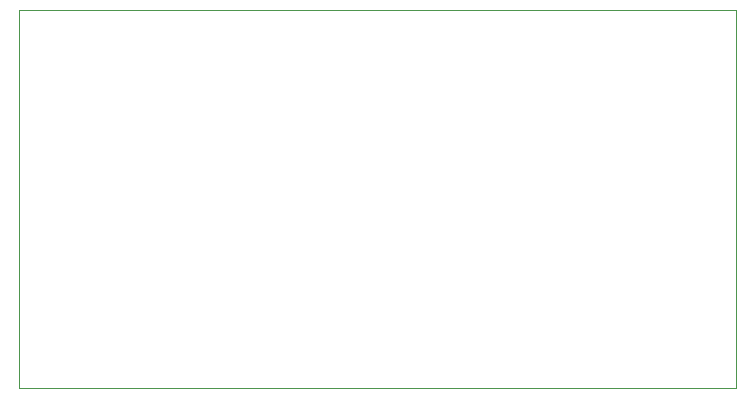
<source format=gm1>
G04 #@! TF.GenerationSoftware,KiCad,Pcbnew,8.0.8*
G04 #@! TF.CreationDate,2025-04-06T11:28:41+01:00*
G04 #@! TF.ProjectId,flexbot_PCB07,666c6578-626f-4745-9f50-434230372e6b,rev?*
G04 #@! TF.SameCoordinates,Original*
G04 #@! TF.FileFunction,Profile,NP*
%FSLAX46Y46*%
G04 Gerber Fmt 4.6, Leading zero omitted, Abs format (unit mm)*
G04 Created by KiCad (PCBNEW 8.0.8) date 2025-04-06 11:28:41*
%MOMM*%
%LPD*%
G01*
G04 APERTURE LIST*
G04 #@! TA.AperFunction,Profile*
%ADD10C,0.100000*%
G04 #@! TD*
G04 APERTURE END LIST*
D10*
X56642000Y-14986000D02*
X57150000Y-14986000D01*
X56642000Y-46990000D02*
X56642000Y-14986000D01*
X117348000Y-46990000D02*
X56642000Y-46990000D01*
X117348000Y-14986000D02*
X117348000Y-46990000D01*
X56896000Y-14986000D02*
X117348000Y-14986000D01*
M02*

</source>
